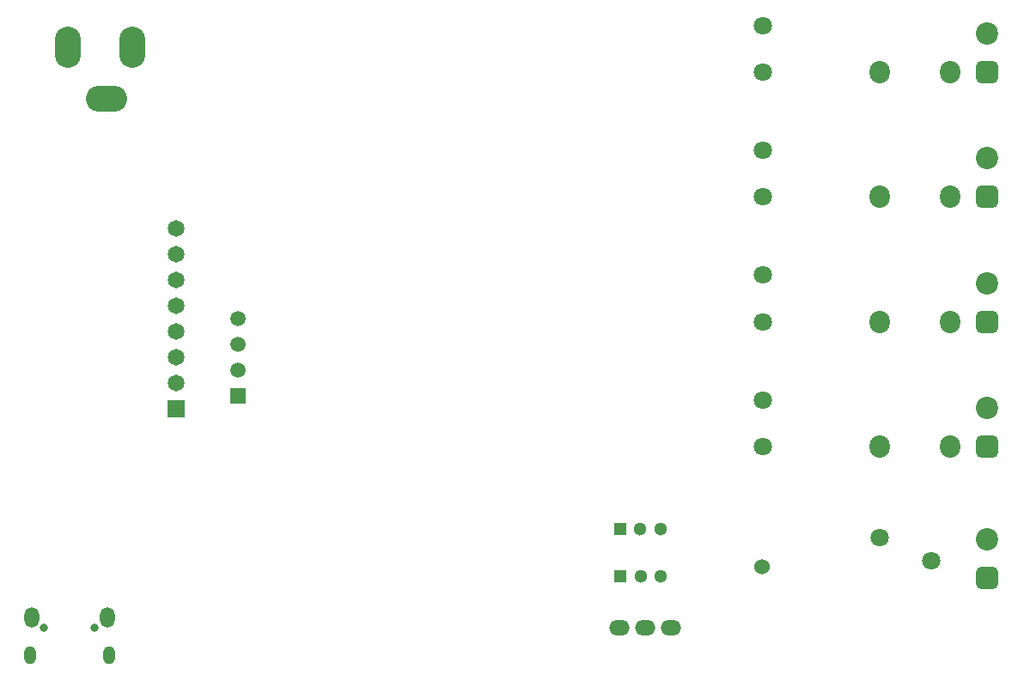
<source format=gbr>
%TF.GenerationSoftware,Altium Limited,Altium Designer,24.9.1 (31)*%
G04 Layer_Color=255*
%FSLAX45Y45*%
%MOMM*%
%TF.SameCoordinates,27D3D336-BC1F-43B1-B9D8-2BE266924E3D*%
%TF.FilePolarity,Positive*%
%TF.FileFunction,Pads,Bot*%
%TF.Part,Single*%
G01*
G75*
%TA.AperFunction,ComponentPad*%
%ADD46O,4.06400X2.54000*%
%ADD47O,2.54000X4.06400*%
%ADD48C,1.80000*%
%ADD49O,2.00000X2.20000*%
%ADD50O,1.45000X2.00000*%
%ADD51O,1.15000X1.80000*%
%ADD52C,0.80000*%
%ADD53R,1.30000X1.30000*%
%ADD54C,1.30000*%
%ADD55C,1.50000*%
%ADD56R,1.50000X1.50000*%
%ADD57C,1.65100*%
%ADD58R,1.65100X1.65100*%
%ADD59O,2.00000X1.50000*%
%ADD60C,2.20000*%
G04:AMPARAMS|DCode=61|XSize=2.2mm|YSize=2.2mm|CornerRadius=0.55mm|HoleSize=0mm|Usage=FLASHONLY|Rotation=90.000|XOffset=0mm|YOffset=0mm|HoleType=Round|Shape=RoundedRectangle|*
%AMROUNDEDRECTD61*
21,1,2.20000,1.10000,0,0,90.0*
21,1,1.10000,2.20000,0,0,90.0*
1,1,1.10000,0.55000,0.55000*
1,1,1.10000,0.55000,-0.55000*
1,1,1.10000,-0.55000,-0.55000*
1,1,1.10000,-0.55000,0.55000*
%
%ADD61ROUNDEDRECTD61*%
%TA.AperFunction,ViaPad*%
%ADD62C,1.52400*%
D46*
X988060Y5654040D02*
D03*
D47*
X607060Y6162040D02*
D03*
X1242060D02*
D03*
D48*
X7457440Y4683615D02*
D03*
Y5143615D02*
D03*
X8607440Y1328996D02*
D03*
X9115440Y1100396D02*
D03*
X7457440Y2679721D02*
D03*
Y2219721D02*
D03*
Y3912801D02*
D03*
Y3452801D02*
D03*
Y6374429D02*
D03*
Y5914429D02*
D03*
D49*
X8607440Y4683615D02*
D03*
X9307440D02*
D03*
Y2219721D02*
D03*
X8607440D02*
D03*
X9307440Y3452801D02*
D03*
X8607440D02*
D03*
X9307440Y5914429D02*
D03*
X8607440D02*
D03*
D50*
X253852Y541760D02*
D03*
X998852D02*
D03*
D51*
X238852Y161760D02*
D03*
X1013852D02*
D03*
D52*
X376352Y436761D02*
D03*
X876352D02*
D03*
D53*
X6054139Y946343D02*
D03*
X6050940Y1412240D02*
D03*
D54*
X6254139Y946343D02*
D03*
X6454139D02*
D03*
X6250940Y1412240D02*
D03*
X6450940D02*
D03*
D55*
X2288540Y3482340D02*
D03*
Y3228340D02*
D03*
Y2974340D02*
D03*
D56*
Y2720340D02*
D03*
D57*
X1678940Y4373880D02*
D03*
Y4119880D02*
D03*
Y3865880D02*
D03*
Y3611880D02*
D03*
Y3357880D02*
D03*
Y3103880D02*
D03*
Y2849880D02*
D03*
D58*
Y2595880D02*
D03*
D59*
X6556980Y437459D02*
D03*
X6302980D02*
D03*
X6048980D02*
D03*
D60*
X9667602Y1308995D02*
D03*
Y2602988D02*
D03*
X9670641Y6295429D02*
D03*
Y5064615D02*
D03*
X9667602Y3833801D02*
D03*
D61*
Y927995D02*
D03*
Y2221988D02*
D03*
X9670641Y5914429D02*
D03*
Y4683615D02*
D03*
X9667602Y3452801D02*
D03*
D62*
X7452360Y1038860D02*
D03*
%TF.MD5,4b62129cfc5966560b1ee318c0faa061*%
M02*

</source>
